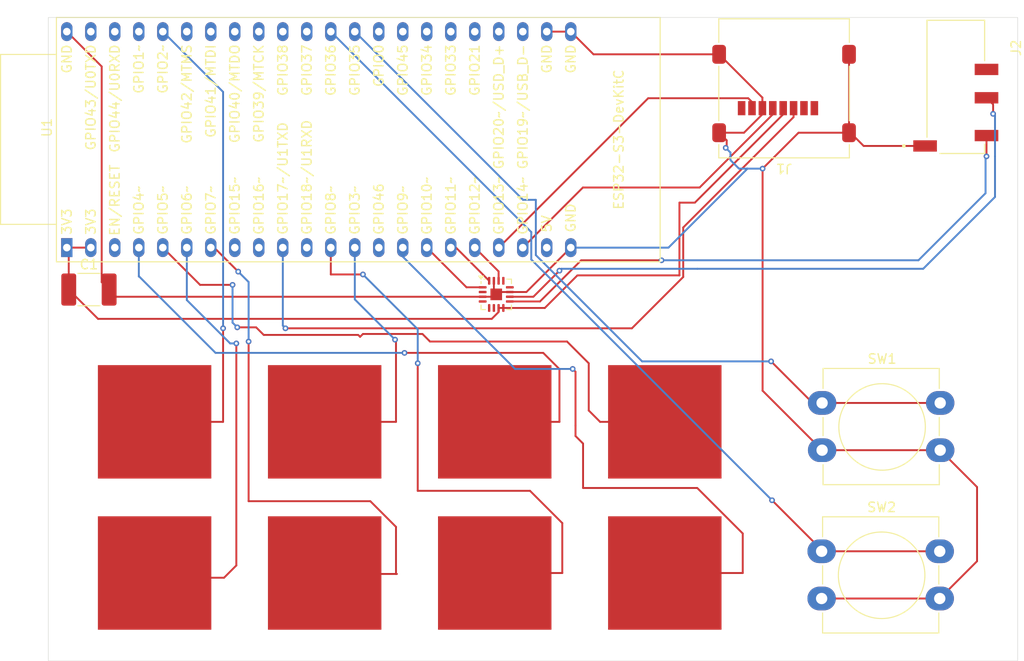
<source format=kicad_pcb>
(kicad_pcb (version 20241229) (generator "pcbnew") (generator_version "9.0")
  (layers (0 "F.Cu" signal) (2 "B.Cu" signal) (13 "F.Paste" user) (15 "B.Paste" user) (5 "F.SilkS" user "F.Silkscreen") (7 "B.SilkS" user "B.Silkscreen") (1 "F.Mask" user) (3 "B.Mask" user) (25 "Edge.Cuts" user))
  (net 0 "")
  (net 1 "VSS")
  (net 3 "RING")
  (net 4 "TIP")
  (net 5 "D7")
  (net 6 "VDD")
  (net 7 "CLK")
  (net 9 "D6")
  (net 10 "D1")
  (net 13 "D5")
  (net 14 "GPIO35")
  (net 19 "LRCLK")
  (net 20 "CMD")
  (net 21 "DIN")
  (net 23 "D8")
  (net 24 "D2")
  (net 25 "D3")
  (net 27 "DAT0")
  (net 33 "BCLK")
  (net 34 "D4")
  (net 38 "GPIO36")
  (net 40 "+5V")
  (net 50 "DAT_2")
  (net 51 "DAT1")
  (net 52 "DAT_3{slash}CD")
  (footprint "Package_DFN_QFN:TQFN-16-1EP_3x3mm_P0.5mm_EP1.23x1.23mm" (layer "F.Cu") (at 117.41 64.11)
    (property "Reference" "U2" (hide yes))
    (property "Value" "MAX98357A")
    (fp_line (start -1.61 -1.135) (end -1.61 -1.37) (stroke (width 0.12)) (layer "F.SilkS"))
    (fp_line (start -1.61 1.61) (end -1.61 1.135) (stroke (width 0.12)) (layer "F.SilkS"))
    (fp_line (start -1.135 -1.61) (end -1.31 -1.61) (stroke (width 0.12)) (layer "F.SilkS"))
    (fp_line (start -1.135 1.61) (end -1.61 1.61) (stroke (width 0.12)) (layer "F.SilkS"))
    (fp_line (start 1.135 -1.61) (end 1.61 -1.61) (stroke (width 0.12)) (layer "F.SilkS"))
    (fp_line (start 1.135 1.61) (end 1.61 1.61) (stroke (width 0.12)) (layer "F.SilkS"))
    (fp_line (start 1.61 -1.61) (end 1.61 -1.135) (stroke (width 0.12)) (layer "F.SilkS"))
    (fp_line (start 1.61 1.61) (end 1.61 1.135) (stroke (width 0.12)) (layer "F.SilkS"))
    (fp_poly (pts (xy -1.61 -1.61) (xy -1.85 -1.94) (xy -1.37 -1.94) (xy -1.61 -1.61)) (stroke (width 0.12)) (fill yes) (layer "F.SilkS"))
    (pad "1" smd roundrect (at -1.4375 -0.75) (size 0.825 0.25) (layers "F.Cu" "F.Mask" "F.Paste") (net 21 "DIN"))
    (pad "2" smd roundrect (at -1.4375 -0.25) (size 0.825 0.25) (layers "F.Cu" "F.Mask" "F.Paste"))
    (pad "3" smd roundrect (at -1.4375 0.25) (size 0.825 0.25) (layers "F.Cu" "F.Mask" "F.Paste") (net 1 "VSS"))
    (pad "4" smd roundrect (at -1.4375 0.75) (size 0.825 0.25) (layers "F.Cu" "F.Mask" "F.Paste"))
    (pad "5" smd roundrect (at -0.75 1.4375) (size 0.25 0.825) (layers "F.Cu" "F.Mask" "F.Paste"))
    (pad "6" smd roundrect (at -0.25 1.4375) (size 0.25 0.825) (layers "F.Cu" "F.Mask" "F.Paste"))
    (pad "7" smd roundrect (at 0.25 1.4375) (size 0.25 0.825) (layers "F.Cu" "F.Mask" "F.Paste") (net 6 "VDD"))
    (pad "8" smd roundrect (at 0.75 1.4375) (size 0.25 0.825) (layers "F.Cu" "F.Mask" "F.Paste") (net 6 "VDD"))
    (pad "9" smd roundrect (at 1.4375 0.75) (size 0.825 0.25) (layers "F.Cu" "F.Mask" "F.Paste") (net 4 "TIP"))
    (pad "10" smd roundrect (at 1.4375 0.25) (size 0.825 0.25) (layers "F.Cu" "F.Mask" "F.Paste") (net 3 "RING"))
    (pad "11" smd roundrect (at 1.4375 -0.25) (size 0.825 0.25) (layers "F.Cu" "F.Mask" "F.Paste") (net 1 "VSS"))
    (pad "12" smd roundrect (at 1.4375 -0.75) (size 0.825 0.25) (layers "F.Cu" "F.Mask" "F.Paste"))
    (pad "13" smd roundrect (at 0.75 -1.4375) (size 0.25 0.825) (layers "F.Cu" "F.Mask" "F.Paste"))
    (pad "14" smd roundrect (at 0.25 -1.4375) (size 0.25 0.825) (layers "F.Cu" "F.Mask" "F.Paste") (net 19 "LRCLK"))
    (pad "15" smd roundrect (at -0.25 -1.4375) (size 0.25 0.825) (layers "F.Cu" "F.Mask" "F.Paste") (net 1 "VSS"))
    (pad "16" smd roundrect (at -0.75 -1.4375) (size 0.25 0.825) (layers "F.Cu" "F.Mask" "F.Paste") (net 33 "BCLK"))
    (pad "17" smd rect (at 0 0) (size 1.23 1.23) (property pad_prop_heatsink) (layers "F.Cu" "F.Mask") (net 1 "VSS"))
  )
  (footprint "Button_Switch_THT:SW_PUSH-12mm_Wuerth-430476085716" (layer "F.Cu") (at 151.85 91.3)
    (property "Reference" "SW2" (at 6.35 -4.66 0) (layer "F.SilkS"))
    (property "Value" "SW_Push")
    (fp_line (start 0.1 -3.65) (end 12.4 -3.65) (stroke (width 0.12)) (layer "F.SilkS"))
    (fp_line (start 0.1 -1.53) (end 0.1 -3.65) (stroke (width 0.12)) (layer "F.SilkS"))
    (fp_line (start 0.1 3.47) (end 0.1 1.53) (stroke (width 0.12)) (layer "F.SilkS"))
    (fp_line (start 0.1 8.65) (end 0.1 6.53) (stroke (width 0.12)) (layer "F.SilkS"))
    (fp_line (start 12.4 -3.65) (end 12.4 -1.53) (stroke (width 0.12)) (layer "F.SilkS"))
    (fp_line (start 12.4 1.53) (end 12.4 3.47) (stroke (width 0.12)) (layer "F.SilkS"))
    (fp_line (start 12.4 6.53) (end 12.4 8.65) (stroke (width 0.12)) (layer "F.SilkS"))
    (fp_line (start 12.4 8.65) (end 0.1 8.65) (stroke (width 0.12)) (layer "F.SilkS"))
    (fp_circle (center 6.35 2.54) (end 10.92905 2.54) (stroke (width 0.12)) (fill no) (layer "F.SilkS"))
    (pad "1" thru_hole oval (at 0 0) (size 3 2.5) (drill 1.2) (layers "*.Cu" "*.Mask") (net 38 "GPIO36"))
    (pad "1" thru_hole oval (at 12.5 0) (size 3 2.5) (drill 1.2) (layers "*.Cu" "*.Mask") (net 38 "GPIO36"))
    (pad "2" thru_hole oval (at 0 5) (size 3 2.5) (drill 1.2) (layers "*.Cu" "*.Mask") (net 1 "VSS"))
    (pad "2" thru_hole oval (at 12.5 5) (size 3 2.5) (drill 1.2) (layers "*.Cu" "*.Mask") (net 1 "VSS"))
  )
  (footprint "LOGO" (layer "F.Cu") (at 117.25 93.6)
    (property "Reference" "G***" (hide yes))
    (property "Value" "LOGO" (hide yes))
    (fp_poly (pts (xy 6.003151 0) (xy 6.003151 6.003151) (xy 0 6.003151) (xy -6.003151 6.003151) (xy -6.003151 0) (xy -6.003151 -6.003151) (xy 0 -6.003151) (xy 6.003151 -6.003151)) (fill yes) (layer "F.Cu"))
  )
  (footprint "LOGO" (layer "F.Cu") (at 117.25 77.6)
    (property "Reference" "G***" (hide yes))
    (property "Value" "LOGO" (hide yes))
    (fp_poly (pts (xy 6.003151 0) (xy 6.003151 6.003151) (xy 0 6.003151) (xy -6.003151 6.003151) (xy -6.003151 0) (xy -6.003151 -6.003151) (xy 0 -6.003151) (xy 6.003151 -6.003151)) (fill yes) (layer "F.Cu"))
  )
  (footprint "LOGO" (layer "F.Cu") (at 99.25 93.6)
    (property "Reference" "G***" (hide yes))
    (property "Value" "LOGO" (hide yes))
    (fp_poly (pts (xy 6.003151 0) (xy 6.003151 6.003151) (xy 0 6.003151) (xy -6.003151 6.003151) (xy -6.003151 0) (xy -6.003151 -6.003151) (xy 0 -6.003151) (xy 6.003151 -6.003151)) (fill yes) (layer "F.Cu"))
  )
  (footprint "Button_Switch_THT:SW_PUSH-12mm_Wuerth-430476085716" (layer "F.Cu") (at 151.9 75.6)
    (property "Reference" "SW1" (at 6.35 -4.66 0) (layer "F.SilkS"))
    (property "Value" "SW_Push")
    (fp_line (start 0.1 -3.65) (end 12.4 -3.65) (stroke (width 0.12)) (layer "F.SilkS"))
    (fp_line (start 0.1 -1.53) (end 0.1 -3.65) (stroke (width 0.12)) (layer "F.SilkS"))
    (fp_line (start 0.1 3.47) (end 0.1 1.53) (stroke (width 0.12)) (layer "F.SilkS"))
    (fp_line (start 0.1 8.65) (end 0.1 6.53) (stroke (width 0.12)) (layer "F.SilkS"))
    (fp_line (start 12.4 -3.65) (end 12.4 -1.53) (stroke (width 0.12)) (layer "F.SilkS"))
    (fp_line (start 12.4 1.53) (end 12.4 3.47) (stroke (width 0.12)) (layer "F.SilkS"))
    (fp_line (start 12.4 6.53) (end 12.4 8.65) (stroke (width 0.12)) (layer "F.SilkS"))
    (fp_line (start 12.4 8.65) (end 0.1 8.65) (stroke (width 0.12)) (layer "F.SilkS"))
    (fp_circle (center 6.35 2.54) (end 10.92905 2.54) (stroke (width 0.12)) (fill no) (layer "F.SilkS"))
    (pad "1" thru_hole oval (at 0 0) (size 3 2.5) (drill 1.2) (layers "*.Cu" "*.Mask") (net 14 "GPIO35"))
    (pad "1" thru_hole oval (at 12.5 0) (size 3 2.5) (drill 1.2) (layers "*.Cu" "*.Mask") (net 14 "GPIO35"))
    (pad "2" thru_hole oval (at 0 5) (size 3 2.5) (drill 1.2) (layers "*.Cu" "*.Mask") (net 1 "VSS"))
    (pad "2" thru_hole oval (at 12.5 5) (size 3 2.5) (drill 1.2) (layers "*.Cu" "*.Mask") (net 1 "VSS"))
  )
  (footprint "PJ-320D-A:HRO_PJ-320D-A" (layer "F.Cu") (at 166.05 42.2 -90)
    (property "Reference" "J2" (at -4.175 -6.385 90) (layer "F.SilkS"))
    (property "Value" "PJ-320D-A")
    (fp_line (start -7.1 3.05) (end -7.1 -3.05) (stroke (width 0.127)) (layer "F.SilkS"))
    (fp_line (start 5.28 3.05) (end -7.1 3.05) (stroke (width 0.127)) (layer "F.SilkS"))
    (fp_line (start -7.1 -3.05) (end -2.82 -3.05) (stroke (width 0.127)) (layer "F.SilkS"))
    (fp_line (start 6.02 -3.05) (end 7 -3.05) (stroke (width 0.127)) (layer "F.SilkS"))
    (fp_line (start 7 -3.05) (end 7 1.68) (stroke (width 0.127)) (layer "F.SilkS"))
    (fp_circle (center 6.2 5.5) (end 6.3 5.5) (stroke (width 0.2)) (fill no) (layer "F.SilkS"))
    (pad "" np_thru_hole circle (at -3.5 0 270) (size 1 1) (drill 1) (layers "*.Cu" "*.Mask"))
    (pad "" np_thru_hole circle (at 3.5 0 270) (size 1 1) (drill 1) (layers "*.Cu" "*.Mask"))
    (pad "1" smd rect (at 6.2 3.25 270) (size 1.2 2.5) (layers "F.Cu" "F.Mask" "F.Paste") (net 1 "VSS"))
    (pad "2" smd rect (at 5.1 -3.25 270) (size 1.2 2.5) (layers "F.Cu" "F.Mask" "F.Paste") (net 4 "TIP"))
    (pad "3" smd rect (at 1.1 -3.25 270) (size 1.2 2.5) (layers "F.Cu" "F.Mask" "F.Paste") (net 3 "RING"))
    (pad "4" smd rect (at -1.9 -3.25 270) (size 1.2 2.5) (layers "F.Cu" "F.Mask" "F.Paste"))
  )
  (footprint "Espressif:ESP32-S2-DevKitC-1" (layer "F.Cu") (at 71.96 59.16 90)
    (property "Reference" "U1" (at 12.7 -2.1 90) (layer "F.SilkS"))
    (property "Value" "ESP32-S3-DevKitC" (at 11.43 58.42 90) (layer "F.SilkS"))
    (fp_line (start 20.44332 -7.01312) (end 20.44332 -1.12032) (stroke (width 0.12)) (layer "F.SilkS"))
    (fp_line (start 2.46012 -7.01312) (end 20.44332 -7.01312) (stroke (width 0.12)) (layer "F.SilkS"))
    (fp_line (start 2.46012 -1.12032) (end 2.46012 -7.01312) (stroke (width 0.12)) (layer "F.SilkS"))
    (fp_line (start 24.36 -1.1) (end -1.499999 -1.1) (stroke (width 0.12)) (layer "F.SilkS"))
    (fp_line (start -1.499999 -1.1) (end -1.5 62.79728) (stroke (width 0.12)) (layer "F.SilkS"))
    (fp_line (start 24.359999 62.79728) (end 24.36 -1.1) (stroke (width 0.12)) (layer "F.SilkS"))
    (fp_line (start -1.5 62.79728) (end 24.359999 62.79728) (stroke (width 0.12)) (layer "F.SilkS"))
    (fp_text user "GPIO40/MTDO" (at 21.59 17.78 90) (layer "F.SilkS") (effects (justify right)))
    (fp_text user "GPIO43/U0TXD" (at 21.59 2.54 90) (layer "F.SilkS") (effects (justify right)))
    (fp_text user "GND" (at 21.59 0 90) (layer "F.SilkS") (effects (justify right)))
    (fp_text user "GPIO2~" (at 21.59 10.16 90) (layer "F.SilkS") (effects (justify right)))
    (fp_text user "GPIO4~" (at 1.27 7.62 90) (layer "F.SilkS") (effects (justify left)))
    (fp_text user "GPIO12~" (at 1.27 43.18 90) (layer "F.SilkS") (effects (justify left)))
    (fp_text user "GPIO8~" (at 1.27 27.94 90) (layer "F.SilkS") (effects (justify left)))
    (fp_text user "5V" (at 1.52032 50.79728 90) (layer "F.SilkS") (effects (justify left)))
    (fp_text user "GPIO33" (at 21.59 40.64 90) (layer "F.SilkS") (effects (justify right)))
    (fp_text user "EN/RESET" (at 8.88632 5.07728 90) (layer "F.SilkS") (effects (justify right)))
    (fp_text user "GPIO9~" (at 1.27 35.56 90) (layer "F.SilkS") (effects (justify left)))
    (fp_text user "GPIO11~" (at 1.27 40.64 90) (layer "F.SilkS") (effects (justify left)))
    (fp_text user "GPIO44/U0RXD" (at 21.59 5.08 90) (layer "F.SilkS") (effects (justify right)))
    (fp_text user "GPIO35" (at 21.59 30.48 90) (layer "F.SilkS") (effects (justify right)))
    (fp_text user "GPIO5~" (at 1.27 10.16 90) (layer "F.SilkS") (effects (justify left)))
    (fp_text user "GPIO21" (at 21.59 43.18 90) (layer "F.SilkS") (effects (justify right)))
    (fp_text user "GPIO39/MTCK" (at 21.59 20.32 90) (layer "F.SilkS") (effects (justify right)))
    (fp_text user "GPIO17~/U1TXD" (at 1.27 22.86 90) (layer "F.SilkS") (effects (justify left)))
    (fp_text user "GPIO38" (at 21.59 22.86 90) (layer "F.SilkS") (effects (justify right)))
    (fp_text user "GPIO20~/USD_D+" (at 21.59 45.72 90) (layer "F.SilkS") (effects (justify right)))
    (fp_text user "GPIO42/MTMS" (at 21.59 12.7 90) (layer "F.SilkS") (effects (justify right)))
    (fp_text user "GPIO37" (at 21.59 25.4 90) (layer "F.SilkS") (effects (justify right)))
    (fp_text user "GPIO10~" (at 1.27 38.1 90) (layer "F.SilkS") (effects (justify left)))
    (fp_text user "GPIO45" (at 21.59 35.56 90) (layer "F.SilkS") (effects (justify right)))
    (fp_text user "3V3" (at 1.27 2.54 90) (layer "F.SilkS") (effects (justify left)))
    (fp_text user "GPIO34" (at 21.59 38.1 90) (layer "F.SilkS") (effects (justify right)))
    (fp_text user "GND" (at 1.52032 53.33728 90) (layer "F.SilkS") (effects (justify left)))
    (fp_text user "GPIO7~" (at 1.27 15.24 90) (layer "F.SilkS") (effects (justify left)))
    (fp_text user "GPIO18~/U1RXD" (at 1.27 25.4 90) (layer "F.SilkS") (effects (justify left)))
    (fp_text user "GPIO6~" (at 1.27 12.7 90) (layer "F.SilkS") (effects (justify left)))
    (fp_text user "GPIO16~" (at 1.27 20.32 90) (layer "F.SilkS") (effects (justify left)))
    (fp_text user "3V3" (at 1.27 0 90) (layer "F.SilkS") (effects (justify left)))
    (fp_text user "GND" (at 21.59 53.34 90) (layer "F.SilkS") (effects (justify right)))
    (fp_text user "GPIO13~" (at 1.27 45.72 90) (layer "F.SilkS") (effects (justify left)))
    (fp_text user "GPIO36" (at 21.59 27.94 90) (layer "F.SilkS") (effects (justify right)))
    (fp_text user "GPIO3~" (at 1.27 30.48 90) (layer "F.SilkS") (effects (justify left)))
    (fp_text user "GPIO0" (at 21.59 33.02 90) (layer "F.SilkS") (effects (justify right)))
    (fp_text user "GPIO41/MTDI" (at 21.59 15.24 90) (layer "F.SilkS") (effects (justify right)))
    (fp_text user "GPIO14~" (at 1.27 48.26 90) (layer "F.SilkS") (effects (justify left)))
    (fp_text user "GPIO15~" (at 1.27 17.78 90) (layer "F.SilkS") (effects (justify left)))
    (fp_text user "GPIO46" (at 1.27 33.02 90) (layer "F.SilkS") (effects (justify left)))
    (fp_text user "GPIO1~" (at 21.59 7.62 90) (layer "F.SilkS") (effects (justify right)))
    (fp_text user "GND" (at 21.59 50.8 90) (layer "F.SilkS") (effects (justify right)))
    (fp_text user "GPIO19~/USB_D-" (at 21.59 48.26 90) (layer "F.SilkS") (effects (justify right)))
    (pad "1" thru_hole rect (at 0 0) (size 1.2 2) (drill 0.8) (layers "*.Cu" "*.Mask") (net 6 "VDD"))
    (pad "2" thru_hole oval (at 0 2.54) (size 1.2 2) (drill 0.8) (layers "*.Cu" "*.Mask") (net 6 "VDD"))
    (pad "3" thru_hole oval (at 0 5.08) (size 1.2 2) (drill 0.8) (layers "*.Cu" "*.Mask"))
    (pad "4" thru_hole oval (at 0 7.62) (size 1.2 2) (drill 0.8) (layers "*.Cu" "*.Mask") (net 25 "D3"))
    (pad "5" thru_hole oval (at 0 10.16) (size 1.2 2) (drill 0.8) (layers "*.Cu" "*.Mask") (net 34 "D4"))
    (pad "6" thru_hole oval (at 0 12.7) (size 1.2 2) (drill 0.8) (layers "*.Cu" "*.Mask") (net 13 "D5"))
    (pad "7" thru_hole oval (at 0 15.24) (size 1.2 2) (drill 0.8) (layers "*.Cu" "*.Mask") (net 9 "D6"))
    (pad "8" thru_hole oval (at 0 17.78) (size 1.2 2) (drill 0.8) (layers "*.Cu" "*.Mask"))
    (pad "9" thru_hole oval (at 0 20.32) (size 1.2 2) (drill 0.8) (layers "*.Cu" "*.Mask"))
    (pad "10" thru_hole oval (at 0 22.86) (size 1.2 2) (drill 0.8) (layers "*.Cu" "*.Mask") (net 20 "CMD"))
    (pad "11" thru_hole oval (at 0 25.4) (size 1.2 2) (drill 0.8) (layers "*.Cu" "*.Mask"))
    (pad "12" thru_hole oval (at 0 27.94) (size 1.2 2) (drill 0.8) (layers "*.Cu" "*.Mask") (net 5 "D7"))
    (pad "13" thru_hole oval (at 0 30.48) (size 1.2 2) (drill 0.8) (layers "*.Cu" "*.Mask") (net 24 "D2"))
    (pad "14" thru_hole oval (at 0 33.02) (size 1.2 2) (drill 0.8) (layers "*.Cu" "*.Mask"))
    (pad "15" thru_hole oval (at 0 35.56) (size 1.2 2) (drill 0.8) (layers "*.Cu" "*.Mask") (net 23 "D8"))
    (pad "16" thru_hole oval (at 0 38.1) (size 1.2 2) (drill 0.8) (layers "*.Cu" "*.Mask") (net 21 "DIN"))
    (pad "17" thru_hole oval (at 0 40.64) (size 1.2 2) (drill 0.8) (layers "*.Cu" "*.Mask") (net 33 "BCLK"))
    (pad "18" thru_hole oval (at 0 43.18) (size 1.2 2) (drill 0.8) (layers "*.Cu" "*.Mask") (net 19 "LRCLK"))
    (pad "19" thru_hole oval (at 0 45.72) (size 1.2 2) (drill 0.8) (layers "*.Cu" "*.Mask") (net 27 "DAT0"))
    (pad "20" thru_hole oval (at -0.00368 48.25728) (size 1.2 2) (drill 0.8) (layers "*.Cu" "*.Mask") (net 7 "CLK"))
    (pad "21" thru_hole oval (at -0.00368 50.79728) (size 1.2 2) (drill 0.8) (layers "*.Cu" "*.Mask") (net 40 "+5V"))
    (pad "22" thru_hole oval (at -0.00368 53.33728) (size 1.2 2) (drill 0.8) (layers "*.Cu" "*.Mask") (net 1 "VSS"))
    (pad "23" thru_hole oval (at 22.86 53.34) (size 1.2 2) (drill 0.8) (layers "*.Cu" "*.Mask") (net 1 "VSS"))
    (pad "24" thru_hole oval (at 22.86 50.8) (size 1.2 2) (drill 0.8) (layers "*.Cu" "*.Mask") (net 1 "VSS"))
    (pad "25" thru_hole oval (at 22.86 48.26) (size 1.2 2) (drill 0.8) (layers "*.Cu" "*.Mask"))
    (pad "26" thru_hole oval (at 22.86 45.72) (size 1.2 2) (drill 0.8) (layers "*.Cu" "*.Mask"))
    (pad "27" thru_hole oval (at 22.86 43.18) (size 1.2 2) (drill 0.8) (layers "*.Cu" "*.Mask"))
    (pad "28" thru_hole oval (at 22.86 40.64) (size 1.2 2) (drill 0.8) (layers "*.Cu" "*.Mask"))
    (pad "29" thru_hole oval (at 22.86 38.1) (size 1.2 2) (drill 0.8) (layers "*.Cu" "*.Mask"))
    (pad "30" thru_hole oval (at 22.86 35.56) (size 1.2 2) (drill 0.8) (layers "*.Cu" "*.Mask"))
    (pad "31" thru_hole oval (at 22.86 33.02) (size 1.2 2) (drill 0.8) (layers "*.Cu" "*.Mask"))
    (pad "32" thru_hole oval (at 22.86 30.48) (size 1.2 2) (drill 0.8) (layers "*.Cu" "*.Mask") (net 14 "GPIO35"))
    (pad "33" thru_hole oval (at 22.86 27.94) (size 1.2 2) (drill 0.8) (layers "*.Cu" "*.Mask") (net 38 "GPIO36"))
    (pad "34" thru_hole oval (at 22.86 25.4) (size 1.2 2) (drill 0.8) (layers "*.Cu" "*.Mask"))
    (pad "35" thru_hole oval (at 22.86 22.86) (size 1.2 2) (drill 0.8) (layers "*.Cu" "*.Mask"))
    (pad "36" thru_hole oval (at 22.86 20.32) (size 1.2 2) (drill 0.8) (layers "*.Cu" "*.Mask"))
    (pad "37" thru_hole oval (at 22.86 17.78) (size 1.2 2) (drill 0.8) (layers "*.Cu" "*.Mask"))
    (pad "38" thru_hole oval (at 22.86 15.24) (size 1.2 2) (drill 0.8) (layers "*.Cu" "*.Mask"))
    (pad "39" thru_hole oval (at 22.86 12.7) (size 1.2 2) (drill 0.8) (layers "*.Cu" "*.Mask"))
    (pad "40" thru_hole oval (at 22.86 10.16) (size 1.2 2) (drill 0.8) (layers "*.Cu" "*.Mask") (net 10 "D1"))
    (pad "41" thru_hole oval (at 22.86 7.62) (size 1.2 2) (drill 0.8) (layers "*.Cu" "*.Mask"))
    (pad "42" thru_hole oval (at 22.86 5.08) (size 1.2 2) (drill 0.8) (layers "*.Cu" "*.Mask"))
    (pad "43" thru_hole oval (at 22.86 2.54) (size 1.2 2) (drill 0.8) (layers "*.Cu" "*.Mask"))
    (pad "44" thru_hole oval (at 22.86 0) (size 1.2 2) (drill 0.8) (layers "*.Cu" "*.Mask") (net 1 "VSS"))
  )
  (footprint "Connector_Card:microSD_HC_Molex_47219-2001" (layer "F.Cu") (at 147.875 42.3 180)
    (property "Reference" "J1" (at 0 -8.5 180) (layer "F.SilkS"))
    (property "Value" "Micro_SD_Card")
    (fp_line (start 6.91 4.86) (end 6.91 7.36) (stroke (width 0.12)) (layer "F.SilkS"))
    (fp_line (start 6.91 -3.44) (end 6.91 2.34) (stroke (width 0.12)) (layer "F.SilkS"))
    (fp_line (start 6.91 -7.36) (end 6.91 -5.96) (stroke (width 0.12)) (layer "F.SilkS"))
    (fp_line (start -6.91 7.36) (end 6.91 7.36) (stroke (width 0.12)) (layer "F.SilkS"))
    (fp_line (start -6.91 4.86) (end -6.91 7.36) (stroke (width 0.12)) (layer "F.SilkS"))
    (fp_line (start -6.91 2.34) (end -6.91 -3.44) (stroke (width 0.12)) (layer "F.SilkS"))
    (fp_line (start -6.91 -7.36) (end 6.91 -7.36) (stroke (width 0.12)) (layer "F.SilkS"))
    (fp_line (start -6.91 -7.36) (end -6.91 -5.96) (stroke (width 0.12)) (layer "F.SilkS"))
    (pad "1" smd rect (at -3.205 -2.1 180) (size 0.8 1.5) (layers "F.Cu" "F.Mask" "F.Paste") (net 50 "DAT_2"))
    (pad "2" smd rect (at -2.105 -2.1 180) (size 0.8 1.5) (layers "F.Cu" "F.Mask" "F.Paste") (net 52 "DAT_3{slash}CD"))
    (pad "3" smd rect (at -1.005 -2.1 180) (size 0.8 1.5) (layers "F.Cu" "F.Mask" "F.Paste") (net 20 "CMD"))
    (pad "4" smd rect (at 0.095 -2.1 180) (size 0.8 1.5) (layers "F.Cu" "F.Mask" "F.Paste") (net 6 "VDD"))
    (pad "5" smd rect (at 1.195 -2.1 180) (size 0.8 1.5) (layers "F.Cu" "F.Mask" "F.Paste") (net 7 "CLK"))
    (pad "6" smd rect (at 2.295 -2.1 180) (size 0.8 1.5) (layers "F.Cu" "F.Mask" "F.Paste") (net 1 "VSS"))
    (pad "7" smd rect (at 3.395 -2.1 180) (size 0.8 1.5) (layers "F.Cu" "F.Mask" "F.Paste") (net 27 "DAT0"))
    (pad "8" smd rect (at 4.495 -2.1 180) (size 0.8 1.5) (layers "F.Cu" "F.Mask" "F.Paste") (net 51 "DAT1"))
    (pad "9" smd roundrect (at -6.875 -4.7 180) (size 1.45 2) (layers "F.Cu" "F.Mask" "F.Paste") (net 1 "VSS"))
    (pad "9" smd roundrect (at -6.875 3.6 180) (size 1.45 2) (layers "F.Cu" "F.Mask" "F.Paste") (net 1 "VSS"))
    (pad "9" smd roundrect (at 6.875 -4.7 180) (size 1.45 2) (layers "F.Cu" "F.Mask" "F.Paste") (net 1 "VSS"))
    (pad "9" smd roundrect (at 6.875 3.6 180) (size 1.45 2) (layers "F.Cu" "F.Mask" "F.Paste") (net 1 "VSS"))
  )
  (footprint "Capacitor_SMD:C_1812_4532Metric_Pad1.57x3.40mm_HandSolder" (layer "F.Cu") (at 74.3 63.6)
    (property "Reference" "C1" (at 0 -2.65 0) (layer "F.SilkS"))
    (property "Value" "100nf")
    (fp_line (start -1.161252 -1.71) (end 1.161252 -1.71) (stroke (width 0.12)) (layer "F.SilkS"))
    (fp_line (start -1.161252 1.71) (end 1.161252 1.71) (stroke (width 0.12)) (layer "F.SilkS"))
    (pad "1" smd roundrect (at -2.1375 0) (size 1.575 3.4) (layers "F.Cu" "F.Mask" "F.Paste") (roundrect_rratio 0.15873) (net 6 "VDD"))
    (pad "2" smd roundrect (at 2.1375 0) (size 1.575 3.4) (layers "F.Cu" "F.Mask" "F.Paste") (roundrect_rratio 0.15873) (net 1 "VSS"))
  )
  (footprint "LOGO" (layer "F.Cu") (at 81.25 93.6)
    (property "Reference" "G***" (hide yes))
    (property "Value" "LOGO" (hide yes))
    (fp_poly (pts (xy 6.003151 0) (xy 6.003151 6.003151) (xy 0 6.003151) (xy -6.003151 6.003151) (xy -6.003151 0) (xy -6.003151 -6.003151) (xy 0 -6.003151) (xy 6.003151 -6.003151)) (fill yes) (layer "F.Cu"))
  )
  (footprint "LOGO" (layer "F.Cu") (at 135.25 77.6)
    (property "Reference" "G***" (hide yes))
    (property "Value" "LOGO" (hide yes))
    (fp_poly (pts (xy 6.003151 0) (xy 6.003151 6.003151) (xy 0 6.003151) (xy -6.003151 6.003151) (xy -6.003151 0) (xy -6.003151 -6.003151) (xy 0 -6.003151) (xy 6.003151 -6.003151)) (fill yes) (layer "F.Cu"))
  )
  (footprint "LOGO" (layer "F.Cu") (at 81.25 77.6)
    (property "Reference" "G***" (hide yes))
    (property "Value" "LOGO" (hide yes))
    (fp_poly (pts (xy 6.003151 0) (xy 6.003151 6.003151) (xy 0 6.003151) (xy -6.003151 6.003151) (xy -6.003151 0) (xy -6.003151 -6.003151) (xy 0 -6.003151) (xy 6.003151 -6.003151)) (fill yes) (layer "F.Cu"))
  )
  (footprint "LOGO" (layer "F.Cu") (at 135.25 93.6)
    (property "Reference" "G***" (hide yes))
    (property "Value" "LOGO" (hide yes))
    (fp_poly (pts (xy 6.003151 0) (xy 6.003151 6.003151) (xy 0 6.003151) (xy -6.003151 6.003151) (xy -6.003151 0) (xy -6.003151 -6.003151) (xy 0 -6.003151) (xy 6.003151 -6.003151)) (fill yes) (layer "F.Cu"))
  )
  (footprint "LOGO" (layer "F.Cu") (at 99.25 77.6)
    (property "Reference" "G***" (hide yes))
    (property "Value" "LOGO" (hide yes))
    (fp_poly (pts (xy 6.003151 0) (xy 6.003151 6.003151) (xy 0 6.003151) (xy -6.003151 6.003151) (xy -6.003151 0) (xy -6.003151 -6.003151) (xy 0 -6.003151) (xy 6.003151 -6.003151)) (fill yes) (layer "F.Cu"))
  )
  (gr_rect (start 70 34.8) (end 172.6 102.9) (stroke (width 0.05)) (fill no) (layer "Edge.Cuts"))
  (segment (start 145.6 50.8) (end 149.4 47) (width 0.2) (layer "F.Cu") (net 1))
  (segment (start 115.9725 64.36) (end 117.16 64.36) (width 0.2) (layer "F.Cu") (net 1))
  (segment (start 141.8 48.5) (end 141.8 47.8) (width 0.2) (layer "F.Cu") (net 1))
  (segment (start 75.65 39.99) (end 71.96 36.3) (width 0.2) (layer "F.Cu") (net 1))
  (segment (start 143.632 47) (end 145.58 45.052) (width 0.2) (layer "F.Cu") (net 1))
  (segment (start 149.4 47) (end 154.75 47) (width 0.2) (layer "F.Cu") (net 1))
  (segment (start 117.66 63.86) (end 117.41 64.11) (width 0.2) (layer "F.Cu") (net 1))
  (segment (start 117.16 63.86) (end 117.41 64.11) (width 0.2) (layer "F.Cu") (net 1))
  (segment (start 127.7 38.7) (end 125.3 36.3) (width 0.2) (layer "F.Cu") (net 1))
  (segment (start 77.1975 64.36) (end 76.4375 63.6) (width 0.2) (layer "F.Cu") (net 1))
  (segment (start 145.58 45.052) (end 145.58 44.4) (width 0.2) (layer "F.Cu") (net 1))
  (segment (start 76.4375 63.6) (end 75.65 62.8125) (width 0.2) (layer "F.Cu") (net 1))
  (segment (start 117.16 64.36) (end 117.41 64.11) (width 0.2) (layer "F.Cu") (net 1))
  (segment (start 118.8475 63.86) (end 120.60096 63.86) (width 0.2) (layer "F.Cu") (net 1))
  (segment (start 151.9 80.6) (end 164.4 80.6) (width 0.2) (layer "F.Cu") (net 1))
  (segment (start 125.3 36.3) (end 122.76 36.3) (width 0.2) (layer "F.Cu") (net 1))
  (segment (start 118.8475 63.86) (end 117.66 63.86) (width 0.2) (layer "F.Cu") (net 1))
  (segment (start 168.3 92.35) (end 168.3 84.5) (width 0.2) (layer "F.Cu") (net 1))
  (segment (start 115.9725 64.36) (end 77.1975 64.36) (width 0.2) (layer "F.Cu") (net 1))
  (segment (start 141 38.7) (end 127.7 38.7) (width 0.2) (layer "F.Cu") (net 1))
  (segment (start 141 38.7) (end 145.58 43.28) (width 0.2) (layer "F.Cu") (net 1))
  (segment (start 151.85 96.3) (end 164.35 96.3) (width 0.2) (layer "F.Cu") (net 1))
  (segment (start 164.35 96.3) (end 168.3 92.35) (width 0.2) (layer "F.Cu") (net 1))
  (segment (start 145.58 43.28) (end 145.58 44.4) (width 0.2) (layer "F.Cu") (net 1))
  (segment (start 154.75 38.7) (end 154.75 47) (width 0.2) (layer "F.Cu") (net 1))
  (segment (start 154.9 47) (end 156.3 48.4) (width 0.2) (layer "F.Cu") (net 1))
  (segment (start 75.65 62.8125) (end 75.65 39.99) (width 0.2) (layer "F.Cu") (net 1))
  (segment (start 141.7 48.6) (end 141.8 48.5) (width 0.2) (layer "F.Cu") (net 1))
  (segment (start 156.3 48.4) (end 162.8 48.4) (width 0.2) (layer "F.Cu") (net 1))
  (segment (start 154.75 47) (end 154.9 47) (width 0.2) (layer "F.Cu") (net 1))
  (segment (start 141 47) (end 143.632 47) (width 0.2) (layer "F.Cu") (net 1))
  (segment (start 168.3 84.5) (end 164.4 80.6) (width 0.2) (layer "F.Cu") (net 1))
  (segment (start 120.60096 63.86) (end 125.29728 59.16368) (width 0.2) (layer "F.Cu") (net 1))
  (segment (start 145.6 50.8) (end 145.6 74.3) (width 0.2) (layer "F.Cu") (net 1))
  (segment (start 117.16 62.6725) (end 117.16 63.86) (width 0.2) (layer "F.Cu") (net 1))
  (segment (start 141.8 47.8) (end 141 47) (width 0.2) (layer "F.Cu") (net 1))
  (segment (start 145.6 74.3) (end 151.9 80.6) (width 0.2) (layer "F.Cu") (net 1))
  (via (at 145.6 50.8) (size 0.6) (drill 0.3) (layers "F.Cu" "B.Cu") (net 1))
  (via (at 141.7 48.6) (size 0.6) (drill 0.3) (layers "F.Cu" "B.Cu") (net 1))
  (segment (start 144 50.8) (end 145.6 50.8) (width 0.2) (layer "B.Cu") (net 1))
  (segment (start 142.2 49.1) (end 141.7 48.6) (width 0.2) (layer "B.Cu") (net 1))
  (segment (start 135.63632 59.16368) (end 125.29728 59.16368) (width 0.2) (layer "B.Cu") (net 1))
  (segment (start 142.2 49.9) (end 142.2 49.1) (width 0.2) (layer "B.Cu") (net 1))
  (segment (start 144 50.8) (end 135.63632 59.16368) (width 0.2) (layer "B.Cu") (net 1))
  (segment (start 143.1 50.8) (end 144 50.8) (width 0.2) (layer "B.Cu") (net 1))
  (segment (start 142.2 49.9) (end 143.1 50.8) (width 0.2) (layer "B.Cu") (net 1))
  (segment (start 170 45) (end 170 44) (width 0.2) (layer "F.Cu") (net 3))
  (segment (start 121.34 64.36) (end 124.1 61.6) (width 0.2) (layer "F.Cu") (net 3))
  (segment (start 118.8475 64.36) (end 121.34 64.36) (width 0.2) (layer "F.Cu") (net 3))
  (segment (start 170 44) (end 169.3 43.3) (width 0.2) (layer "F.Cu") (net 3))
  (via (at 124.1 61.6) (size 0.6) (drill 0.3) (layers "F.Cu" "B.Cu") (net 3))
  (via (at 170 45) (size 0.6) (drill 0.3) (layers "F.Cu" "B.Cu") (net 3))
  (segment (start 163.1 60.9) (end 170.2 53.8) (width 0.2) (layer "B.Cu") (net 3))
  (segment (start 162.6 61.4) (end 163.1 60.9) (width 0.2) (layer "B.Cu") (net 3))
  (segment (start 170.2 45.2) (end 170 45) (width 0.2) (layer "B.Cu") (net 3))
  (segment (start 170.2 49.5) (end 170.2 45.2) (width 0.2) (layer "B.Cu") (net 3))
  (segment (start 170.2 53.8) (end 170.2 49.5) (width 0.2) (layer "B.Cu") (net 3))
  (segment (start 124.3 61.4) (end 138.7 61.4) (width 0.2) (layer "B.Cu") (net 3))
  (segment (start 138.7 61.4) (end 162.6 61.4) (width 0.2) (layer "B.Cu") (net 3))
  (segment (start 124.1 61.6) (end 124.3 61.4) (width 0.2) (layer "B.Cu") (net 3))
  (segment (start 122.04 64.86) (end 126.4 60.5) (width 0.2) (layer "F.Cu") (net 4))
  (segment (start 169.3 49.5) (end 169.3 47.3) (width 0.2) (layer "F.Cu") (net 4))
  (segment (start 118.8475 64.86) (end 122.04 64.86) (width 0.2) (layer "F.Cu") (net 4))
  (segment (start 126.4 60.5) (end 134.9 60.5) (width 0.2) (layer "F.Cu") (net 4))
  (via (at 134.9 60.5) (size 0.6) (drill 0.3) (layers "F.Cu" "B.Cu") (net 4))
  (via (at 169.3 49.5) (size 0.6) (drill 0.3) (layers "F.Cu" "B.Cu") (net 4))
  (segment (start 169.2 53.4) (end 162.1 60.5) (width 0.2) (layer "B.Cu") (net 4))
  (segment (start 162.1 60.5) (end 134.9 60.5) (width 0.2) (layer "B.Cu") (net 4))
  (segment (start 169.3 49.5) (end 169.2 49.6) (width 0.2) (layer "B.Cu") (net 4))
  (segment (start 169.2 49.6) (end 169.2 53.4) (width 0.2) (layer "B.Cu") (net 4))
  (segment (start 124.4 88.31802) (end 120.98198 84.9) (width 0.2) (layer "F.Cu") (net 5))
  (segment (start 120.98198 84.9) (end 109.1 84.9) (width 0.2) (layer "F.Cu") (net 5))
  (segment (start 109.1 84.9) (end 109.1 72) (width 0.2) (layer "F.Cu") (net 5))
  (segment (start 99.9 62) (end 99.9 59.16) (width 0.2) (layer "F.Cu") (net 5))
  (segment (start 117.25 93.6) (end 124.4 93.6) (width 0.2) (layer "F.Cu") (net 5))
  (segment (start 124.4 93.6) (end 124.4 88.31802) (width 0.2) (layer "F.Cu") (net 5))
  (segment (start 109.1 72) (end 109.1 71.4) (width 0.2) (layer "F.Cu") (net 5))
  (segment (start 103.3 62) (end 99.9 62) (width 0.2) (layer "F.Cu") (net 5))
  (via (at 103.3 62) (size 0.6) (drill 0.3) (layers "F.Cu" "B.Cu") (net 5))
  (via (at 109.1 71.4) (size 0.6) (drill 0.3) (layers "F.Cu" "B.Cu") (net 5))
  (segment (start 109.1 71.4) (end 109.1 67.8) (width 0.2) (layer "B.Cu") (net 5))
  (segment (start 109.1 67.8) (end 103.3 62) (width 0.2) (layer "B.Cu") (net 5))
  (segment (start 147.78 45.052) (end 147.78 44.4) (width 0.2) (layer "F.Cu") (net 6))
  (segment (start 72.1625 63.6) (end 72.1625 59.3625) (width 0.2) (layer "F.Cu") (net 6))
  (segment (start 118.16 65.5475) (end 122.5525 65.5475) (width 0.2) (layer "F.Cu") (net 6))
  (segment (start 75.2625 66.7) (end 72.1625 63.6) (width 0.2) (layer "F.Cu") (net 6))
  (segment (start 117.66 65.975798) (end 116.935798 66.7) (width 0.2) (layer "F.Cu") (net 6))
  (segment (start 72.1625 59.3625) (end 71.96 59.16) (width 0.2) (layer "F.Cu") (net 6))
  (segment (start 126 62.1) (end 136.8 62.1) (width 0.2) (layer "F.Cu") (net 6))
  (segment (start 117.66 65.5475) (end 117.66 65.975798) (width 0.2) (layer "F.Cu") (net 6))
  (segment (start 138.432 54.4) (end 147.78 45.052) (width 0.2) (layer "F.Cu") (net 6))
  (segment (start 122.5525 65.5475) (end 126 62.1) (width 0.2) (layer "F.Cu") (net 6))
  (segment (start 116.935798 66.7) (end 75.2625 66.7) (width 0.2) (layer "F.Cu") (net 6))
  (segment (start 136.8 62.1) (end 136.8 54.4) (width 0.2) (layer "F.Cu") (net 6))
  (segment (start 74.5 59.16) (end 71.96 59.16) (width 0.2) (layer "F.Cu") (net 6))
  (segment (start 136.8 54.4) (end 138.432 54.4) (width 0.2) (layer "F.Cu") (net 6))
  (segment (start 117.66 65.5475) (end 118.16 65.5475) (width 0.2) (layer "F.Cu") (net 6))
  (segment (start 146.68 44.32) (end 146.8 44.2) (width 0.2) (layer "F.Cu") (net 7))
  (segment (start 146.8 44.2) (end 146.8 44.932) (width 0.2) (layer "F.Cu") (net 7))
  (segment (start 146.68 44.4) (end 146.68 44.32) (width 0.2) (layer "F.Cu") (net 7))
  (segment (start 126.58196 52.799) (end 120.21728 59.16368) (width 0.2) (layer "F.Cu") (net 7))
  (segment (start 138.933 52.799) (end 126.58196 52.799) (width 0.2) (layer "F.Cu") (net 7))
  (segment (start 146.8 44.932) (end 138.933 52.799) (width 0.2) (layer "F.Cu") (net 7))
  (segment (start 90.1 61.7) (end 87.56 59.16) (width 0.2) (layer "F.Cu") (net 9))
  (segment (start 106.8 93.7) (end 106.9 93.7) (width 0.2) (layer "F.Cu") (net 9))
  (segment (start 106.8 93.7) (end 106.8 88.71802) (width 0.2) (layer "F.Cu") (net 9))
  (segment (start 104.08198 86) (end 91.2 86) (width 0.2) (layer "F.Cu") (net 9))
  (segment (start 99.35 93.7) (end 106.8 93.7) (width 0.2) (layer "F.Cu") (net 9))
  (segment (start 99.25 93.6) (end 99.95 94.3) (width 0.2) (layer "F.Cu") (net 9))
  (segment (start 91.2 86) (end 91.2 69.1) (width 0.2) (layer "F.Cu") (net 9))
  (segment (start 87.56 59.16) (end 87.2 59.16) (width 0.2) (layer "F.Cu") (net 9))
  (segment (start 106.8 88.71802) (end 104.08198 86) (width 0.2) (layer "F.Cu") (net 9))
  (segment (start 99.25 93.6) (end 99.35 93.7) (width 0.2) (layer "F.Cu") (net 9))
  (via (at 90.1 61.7) (size 0.6) (drill 0.3) (layers "F.Cu" "B.Cu") (net 9))
  (via (at 91.2 69.1) (size 0.6) (drill 0.3) (layers "F.Cu" "B.Cu") (net 9))
  (segment (start 91.2 69.1) (end 91.2 62.8) (width 0.2) (layer "B.Cu") (net 9))
  (segment (start 91.2 62.8) (end 90.1 61.7) (width 0.2) (layer "B.Cu") (net 9))
  (segment (start 81.25 77.6) (end 88.5 77.6) (width 0.2) (layer "F.Cu") (net 10))
  (segment (start 88.5 77.6) (end 88.5 67.7) (width 0.2) (layer "F.Cu") (net 10))
  (via (at 88.5 67.7) (size 0.6) (drill 0.3) (layers "F.Cu" "B.Cu") (net 10))
  (segment (start 88.5 67.7) (end 88.5 42.68) (width 0.2) (layer "B.Cu") (net 10))
  (segment (start 88.5 42.68) (end 82.12 36.3) (width 0.2) (layer "B.Cu") (net 10))
  (segment (start 88.6 94.1) (end 89.901 92.799) (width 0.2) (layer "F.Cu") (net 13))
  (segment (start 89.901 69.301) (end 89.9 69.3) (width 0.2) (layer "F.Cu") (net 13))
  (segment (start 81.75 94.1) (end 88.6 94.1) (width 0.2) (layer "F.Cu") (net 13))
  (segment (start 89.901 92.799) (end 89.901 69.301) (width 0.2) (layer "F.Cu") (net 13))
  (segment (start 81.25 93.6) (end 81.75 94.1) (width 0.2) (layer "F.Cu") (net 13))
  (via (at 89.9 69.3) (size 0.6) (drill 0.3) (layers "F.Cu" "B.Cu") (net 13))
  (segment (start 89.9 69.3) (end 89.250057 69.3) (width 0.2) (layer "B.Cu") (net 13))
  (segment (start 84.66 64.709943) (end 84.66 59.16) (width 0.2) (layer "B.Cu") (net 13))
  (segment (start 89.250057 69.3) (end 84.66 64.709943) (width 0.2) (layer "B.Cu") (net 13))
  (segment (start 150.9 75.6) (end 146.5 71.2) (width 0.2) (layer "F.Cu") (net 14))
  (segment (start 151.9 75.6) (end 150.9 75.6) (width 0.2) (layer "F.Cu") (net 14))
  (segment (start 151.9 75.6) (end 164.4 75.6) (width 0.2) (layer "F.Cu") (net 14))
  (via (at 146.5 71.2) (size 0.6) (drill 0.3) (layers "F.Cu" "B.Cu") (net 14))
  (segment (start 121.6 59.949943) (end 121.6 54.1) (width 0.2) (layer "B.Cu") (net 14))
  (segment (start 120.24 54.1) (end 102.44 36.3) (width 0.2) (layer "B.Cu") (net 14))
  (segment (start 132.850057 71.2) (end 121.6 59.949943) (width 0.2) (layer "B.Cu") (net 14))
  (segment (start 121.6 54.1) (end 120.24 54.1) (width 0.2) (layer "B.Cu") (net 14))
  (segment (start 146.5 71.2) (end 132.850057 71.2) (width 0.2) (layer "B.Cu") (net 14))
  (segment (start 117.66 61.68) (end 115.14 59.16) (width 0.2) (layer "F.Cu") (net 19))
  (segment (start 117.66 62.6725) (end 117.66 61.68) (width 0.2) (layer "F.Cu") (net 19))
  (segment (start 137.201 57.029) (end 137.201 62.2661) (width 0.2) (layer "F.Cu") (net 20))
  (segment (start 131.7671 67.7) (end 95.1 67.7) (width 0.2) (layer "F.Cu") (net 20))
  (segment (start 148.88 45.35) (end 137.201 57.029) (width 0.2) (layer "F.Cu") (net 20))
  (segment (start 137.201 62.2661) (end 131.7671 67.7) (width 0.2) (layer "F.Cu") (net 20))
  (segment (start 148.88 44.4) (end 148.88 45.35) (width 0.2) (layer "F.Cu") (net 20))
  (via (at 95.1 67.7) (size 0.6) (drill 0.3) (layers "F.Cu" "B.Cu") (net 20))
  (segment (start 94.82 67.42) (end 94.82 59.16) (width 0.2) (layer "B.Cu") (net 20))
  (segment (start 95.1 67.7) (end 94.82 67.42) (width 0.2) (layer "B.Cu") (net 20))
  (segment (start 115.9725 63.36) (end 114.26 63.36) (width 0.2) (layer "F.Cu") (net 21))
  (segment (start 114.26 63.36) (end 110.06 59.16) (width 0.2) (layer "F.Cu") (net 21))
  (segment (start 125.8 79.1) (end 125.8 78) (width 0.2) (layer "F.Cu") (net 23))
  (segment (start 143.5 89.41802) (end 138.68198 84.6) (width 0.2) (layer "F.Cu") (net 23))
  (segment (start 126.6 79.9) (end 126.5 79.8) (width 0.2) (layer "F.Cu") (net 23))
  (segment (start 125.8 72.3) (end 125.5 72) (width 0.2) (layer "F.Cu") (net 23))
  (segment (start 138.68198 84.6) (end 126.6 84.6) (width 0.2) (layer "F.Cu") (net 23))
  (segment (start 143.5 93.6) (end 143.5 89.41802) (width 0.2) (layer "F.Cu") (net 23))
  (segment (start 135.25 93.6) (end 143.5 93.6) (width 0.2) (layer "F.Cu") (net 23))
  (segment (start 126.5 79.8) (end 125.8 79.1) (width 0.2) (layer "F.Cu") (net 23))
  (segment (start 125.8 78) (end 125.8 72.3) (width 0.2) (layer "F.Cu") (net 23))
  (segment (start 126.6 84.6) (end 126.6 79.9) (width 0.2) (layer "F.Cu") (net 23))
  (via (at 125.5 72) (size 0.6) (drill 0.3) (layers "F.Cu" "B.Cu") (net 23))
  (segment (start 119.4 72) (end 107.52 60.12) (width 0.2) (layer "B.Cu") (net 23))
  (segment (start 107.52 60.12) (end 107.52 59.16) (width 0.2) (layer "B.Cu") (net 23))
  (segment (start 125.5 72) (end 119.4 72) (width 0.2) (layer "B.Cu") (net 23))
  (segment (start 106.8 69) (end 106.7 68.9) (width 0.2) (layer "F.Cu") (net 24))
  (segment (start 106.8 77.6) (end 106.8 69) (width 0.2) (layer "F.Cu") (net 24))
  (segment (start 99.25 77.6) (end 106.8 77.6) (width 0.2) (layer "F.Cu") (net 24))
  (via (at 106.7 68.9) (size 0.6) (drill 0.3) (layers "F.Cu" "B.Cu") (net 24))
  (segment (start 106.7 68.9) (end 102.44 64.64) (width 0.2) (layer "B.Cu") (net 24))
  (segment (start 102.44 64.64) (end 102.44 59.16) (width 0.2) (layer "B.Cu") (net 24))
  (segment (start 122.38198 70.3) (end 107.7 70.3) (width 0.2) (layer "F.Cu") (net 25))
  (segment (start 124.1 77.6) (end 124.1 72.01802) (width 0.2) (layer "F.Cu") (net 25))
  (segment (start 117.25 77.6) (end 124.1 77.6) (width 0.2) (layer "F.Cu") (net 25))
  (segment (start 124.1 72.01802) (end 122.38198 70.3) (width 0.2) (layer "F.Cu") (net 25))
  (via (at 107.7 70.3) (size 0.6) (drill 0.3) (layers "F.Cu" "B.Cu") (net 25))
  (segment (start 107.7 70.3) (end 87.7 70.3) (width 0.2) (layer "B.Cu") (net 25))
  (segment (start 79.6 62.2) (end 79.58 62.22) (width 0.2) (layer "B.Cu") (net 25))
  (segment (start 87.7 70.3) (end 79.6 62.2) (width 0.2) (layer "B.Cu") (net 25))
  (segment (start 79.58 62.22) (end 79.58 59.16) (width 0.2) (layer "B.Cu") (net 25))
  (segment (start 144.48 43.748) (end 144.081 43.349) (width 0.2) (layer "F.Cu") (net 27))
  (segment (start 144.081 43.349) (end 133.491 43.349) (width 0.2) (layer "F.Cu") (net 27))
  (segment (start 133.491 43.349) (end 117.68 59.16) (width 0.2) (layer "F.Cu") (net 27))
  (segment (start 144.48 44.4) (end 144.48 43.748) (width 0.2) (layer "F.Cu") (net 27))
  (segment (start 113.1475 59.16) (end 112.6 59.16) (width 0.2) (layer "F.Cu") (net 33))
  (segment (start 116.66 62.6725) (end 113.1475 59.16) (width 0.2) (layer "F.Cu") (net 33))
  (segment (start 109.599 68.299) (end 103.301 68.299) (width 0.2) (layer "F.Cu") (net 34))
  (segment (start 92 67.6) (end 90 67.6) (width 0.2) (layer "F.Cu") (net 34))
  (segment (start 135.25 77.6) (end 128.4 77.6) (width 0.2) (layer "F.Cu") (net 34))
  (segment (start 127.2 71.4) (end 124.9 69.1) (width 0.2) (layer "F.Cu") (net 34))
  (segment (start 110.4 69.1) (end 110.3 69) (width 0.2) (layer "F.Cu") (net 34))
  (segment (start 124.9 69.1) (end 110.4 69.1) (width 0.2) (layer "F.Cu") (net 34))
  (segment (start 103 68.6) (end 102.8 68.4) (width 0.2) (layer "F.Cu") (net 34))
  (segment (start 103.301 68.299) (end 103 68.6) (width 0.2) (layer "F.Cu") (net 34))
  (segment (start 127.2 76.4) (end 127.2 71.4) (width 0.2) (layer "F.Cu") (net 34))
  (segment (start 102.8 68.4) (end 92.8 68.4) (width 0.2) (layer "F.Cu") (net 34))
  (segment (start 86.06 63.1) (end 82.12 59.16) (width 0.2) (layer "F.Cu") (net 34))
  (segment (start 110.3 69) (end 109.599 68.299) (width 0.2) (layer "F.Cu") (net 34))
  (segment (start 128.4 77.6) (end 127.2 76.4) (width 0.2) (layer "F.Cu") (net 34))
  (segment (start 89.5 63.1) (end 86.06 63.1) (width 0.2) (layer "F.Cu") (net 34))
  (segment (start 92.8 68.4) (end 92 67.6) (width 0.2) (layer "F.Cu") (net 34))
  (via (at 89.5 63.1) (size 0.6) (drill 0.3) (layers "F.Cu" "B.Cu") (net 34))
  (via (at 90 67.6) (size 0.6) (drill 0.3) (layers "F.Cu" "B.Cu") (net 34))
  (segment (start 89.5 67.1) (end 89.5 63.1) (width 0.2) (layer "B.Cu") (net 34))
  (segment (start 90 67.6) (end 89.5 67.1) (width 0.2) (layer "B.Cu") (net 34))
  (segment (start 151.85 91.3) (end 164.35 91.3) (width 0.2) (layer "F.Cu") (net 38))
  (segment (start 151.85 91.15) (end 146.6 85.9) (width 0.2) (layer "F.Cu") (net 38))
  (segment (start 151.85 91.3) (end 151.85 91.15) (width 0.2) (layer "F.Cu") (net 38))
  (via (at 146.6 85.9) (size 0.6) (drill 0.3) (layers "F.Cu" "B.Cu") (net 38))
  (segment (start 121.11828 57.51828) (end 99.9 36.3) (width 0.2) (layer "B.Cu") (net 38))
  (segment (start 121.11828 60.41828) (end 121.11828 57.51828) (width 0.2) (layer "B.Cu") (net 38))
  (segment (start 146.6 85.9) (end 121.11828 60.41828) (width 0.2) (layer "B.Cu") (net 38))
)
</source>
